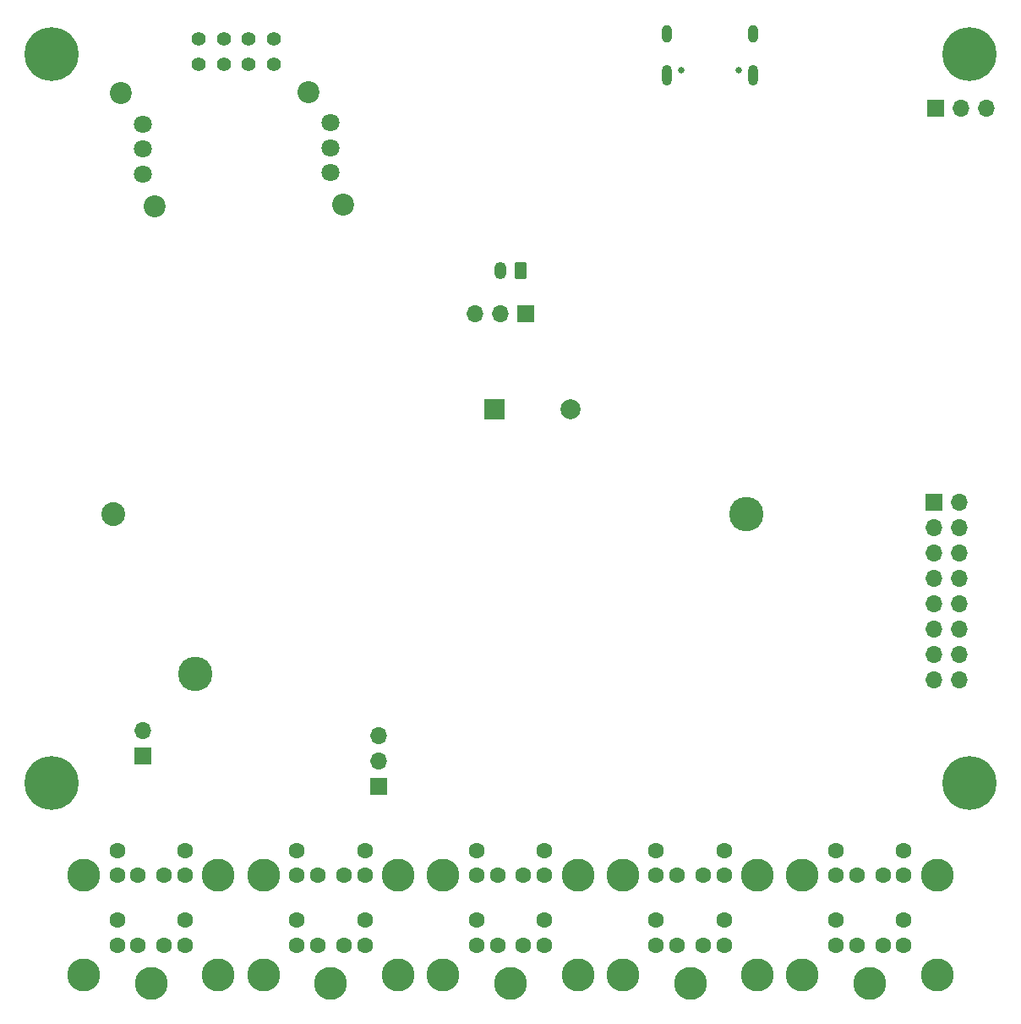
<source format=gbs>
G04 #@! TF.GenerationSoftware,KiCad,Pcbnew,8.0.4*
G04 #@! TF.CreationDate,2025-03-13T03:49:55-05:00*
G04 #@! TF.ProjectId,Unify_1,556e6966-795f-4312-9e6b-696361645f70,rev?*
G04 #@! TF.SameCoordinates,Original*
G04 #@! TF.FileFunction,Soldermask,Bot*
G04 #@! TF.FilePolarity,Negative*
%FSLAX46Y46*%
G04 Gerber Fmt 4.6, Leading zero omitted, Abs format (unit mm)*
G04 Created by KiCad (PCBNEW 8.0.4) date 2025-03-13 03:49:55*
%MOMM*%
%LPD*%
G01*
G04 APERTURE LIST*
G04 Aperture macros list*
%AMRoundRect*
0 Rectangle with rounded corners*
0 $1 Rounding radius*
0 $2 $3 $4 $5 $6 $7 $8 $9 X,Y pos of 4 corners*
0 Add a 4 corners polygon primitive as box body*
4,1,4,$2,$3,$4,$5,$6,$7,$8,$9,$2,$3,0*
0 Add four circle primitives for the rounded corners*
1,1,$1+$1,$2,$3*
1,1,$1+$1,$4,$5*
1,1,$1+$1,$6,$7*
1,1,$1+$1,$8,$9*
0 Add four rect primitives between the rounded corners*
20,1,$1+$1,$2,$3,$4,$5,0*
20,1,$1+$1,$4,$5,$6,$7,0*
20,1,$1+$1,$6,$7,$8,$9,0*
20,1,$1+$1,$8,$9,$2,$3,0*%
G04 Aperture macros list end*
%ADD10C,1.800000*%
%ADD11C,2.200000*%
%ADD12C,1.400000*%
%ADD13C,2.390000*%
%ADD14C,3.450000*%
%ADD15R,1.700000X1.700000*%
%ADD16O,1.700000X1.700000*%
%ADD17C,2.000000*%
%ADD18R,2.000000X2.000000*%
%ADD19C,1.600000*%
%ADD20C,3.300000*%
%ADD21O,1.000000X1.800000*%
%ADD22O,1.000000X2.100000*%
%ADD23C,0.650000*%
%ADD24O,1.200000X1.750000*%
%ADD25RoundRect,0.250000X0.350000X0.625000X-0.350000X0.625000X-0.350000X-0.625000X0.350000X-0.625000X0*%
%ADD26C,5.400000*%
G04 APERTURE END LIST*
D10*
X143200000Y-66000000D03*
X143200000Y-63500000D03*
X143200000Y-61000000D03*
D11*
X144400000Y-69200000D03*
X141000000Y-57900000D03*
D10*
X162000000Y-65850000D03*
X162000000Y-63350000D03*
X162000000Y-60850000D03*
D11*
X163200000Y-69050000D03*
X159800000Y-57750000D03*
D12*
X156300000Y-52415816D03*
X156300000Y-54955816D03*
X153760000Y-52415816D03*
X153760000Y-54955816D03*
X151300000Y-52415816D03*
X151300000Y-54955816D03*
X148760000Y-52415816D03*
X148760000Y-54955816D03*
D13*
X140180000Y-100000000D03*
D14*
X148400000Y-116000000D03*
X203600000Y-100000000D03*
D15*
X143200000Y-124275000D03*
D16*
X143200000Y-121735000D03*
X225000000Y-116660000D03*
X222460000Y-116660000D03*
X225000000Y-114120000D03*
X222460000Y-114120000D03*
X225000000Y-111580000D03*
X222460000Y-111580000D03*
X225000000Y-109040000D03*
X222460000Y-109040000D03*
X225000000Y-106500000D03*
X222460000Y-106500000D03*
X225000000Y-103960000D03*
X222460000Y-103960000D03*
X225000000Y-101420000D03*
X222460000Y-101420000D03*
X225000000Y-98880000D03*
D15*
X222460000Y-98880000D03*
X222600000Y-59400000D03*
D16*
X225140000Y-59400000D03*
X227680000Y-59400000D03*
D15*
X166800000Y-127325000D03*
D16*
X166800000Y-124785000D03*
X166800000Y-122245000D03*
D17*
X186000000Y-89500000D03*
D18*
X178400000Y-89500000D03*
D19*
X145300000Y-143200000D03*
X142700000Y-143200000D03*
X147400000Y-143200000D03*
X140600000Y-143200000D03*
X147400000Y-140700000D03*
X140600000Y-140700000D03*
X145300000Y-136200000D03*
X142700000Y-136200000D03*
X147400000Y-136200000D03*
X140600000Y-136200000D03*
X147400000Y-133700000D03*
X140600000Y-133700000D03*
D20*
X137250000Y-136200000D03*
X137250000Y-146200000D03*
X144000000Y-147000000D03*
X150750000Y-136200000D03*
X150750000Y-146200000D03*
D21*
X195680000Y-51925000D03*
D22*
X195680000Y-56105000D03*
D21*
X204320000Y-51925000D03*
D22*
X204320000Y-56105000D03*
D23*
X197110000Y-55605000D03*
X202890000Y-55605000D03*
D19*
X181300000Y-143200000D03*
X178700000Y-143200000D03*
X183400000Y-143200000D03*
X176600000Y-143200000D03*
X183400000Y-140700000D03*
X176600000Y-140700000D03*
X181300000Y-136200000D03*
X178700000Y-136200000D03*
X183400000Y-136200000D03*
X176600000Y-136200000D03*
X183400000Y-133700000D03*
X176600000Y-133700000D03*
D20*
X173250000Y-136200000D03*
X173250000Y-146200000D03*
X180000000Y-147000000D03*
X186750000Y-136200000D03*
X186750000Y-146200000D03*
D24*
X179000000Y-75650000D03*
D25*
X181000000Y-75650000D03*
D16*
X176420000Y-79950000D03*
X178960000Y-79950000D03*
D15*
X181500000Y-79950000D03*
D20*
X222750000Y-146200000D03*
X222750000Y-136200000D03*
X216000000Y-147000000D03*
X209250000Y-146200000D03*
X209250000Y-136200000D03*
D19*
X212600000Y-133700000D03*
X219400000Y-133700000D03*
X212600000Y-136200000D03*
X219400000Y-136200000D03*
X214700000Y-136200000D03*
X217300000Y-136200000D03*
X212600000Y-140700000D03*
X219400000Y-140700000D03*
X212600000Y-143200000D03*
X219400000Y-143200000D03*
X214700000Y-143200000D03*
X217300000Y-143200000D03*
X163300000Y-143200000D03*
X160700000Y-143200000D03*
X165400000Y-143200000D03*
X158600000Y-143200000D03*
X165400000Y-140700000D03*
X158600000Y-140700000D03*
X163300000Y-136200000D03*
X160700000Y-136200000D03*
X165400000Y-136200000D03*
X158600000Y-136200000D03*
X165400000Y-133700000D03*
X158600000Y-133700000D03*
D20*
X155250000Y-136200000D03*
X155250000Y-146200000D03*
X162000000Y-147000000D03*
X168750000Y-136200000D03*
X168750000Y-146200000D03*
D26*
X226000000Y-54000000D03*
X134000000Y-54000000D03*
X226000000Y-127000000D03*
X134000000Y-127000000D03*
D20*
X204750000Y-146200000D03*
X204750000Y-136200000D03*
X198000000Y-147000000D03*
X191250000Y-146200000D03*
X191250000Y-136200000D03*
D19*
X194600000Y-133700000D03*
X201400000Y-133700000D03*
X194600000Y-136200000D03*
X201400000Y-136200000D03*
X196700000Y-136200000D03*
X199300000Y-136200000D03*
X194600000Y-140700000D03*
X201400000Y-140700000D03*
X194600000Y-143200000D03*
X201400000Y-143200000D03*
X196700000Y-143200000D03*
X199300000Y-143200000D03*
M02*

</source>
